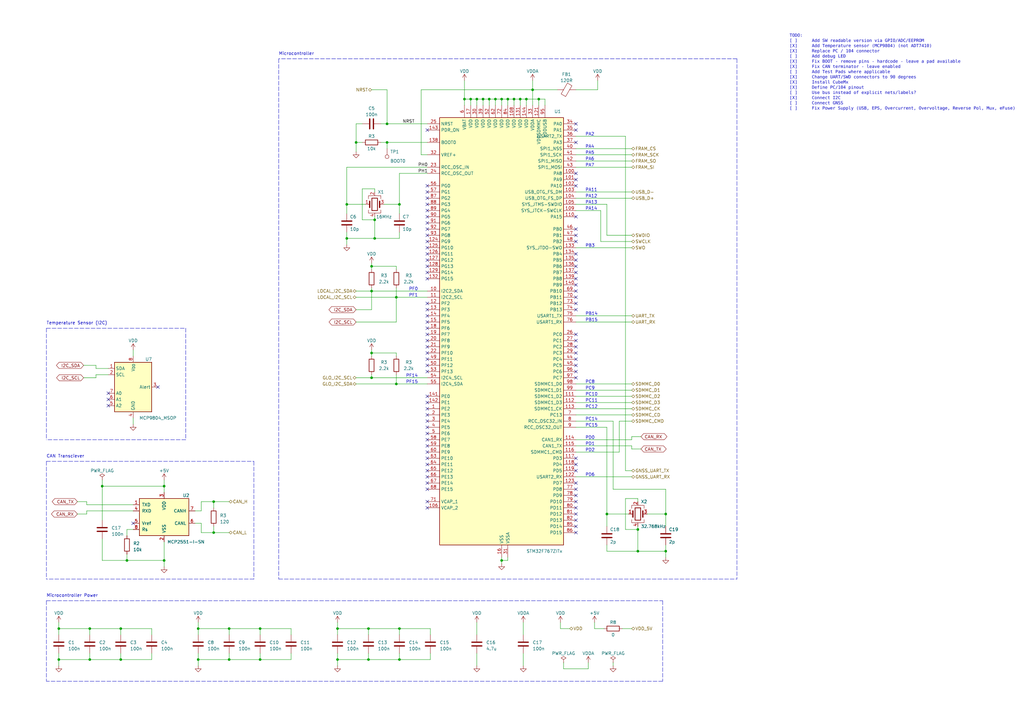
<source format=kicad_sch>
(kicad_sch (version 20230121) (generator eeschema)
  (paper "A3")
  (junction (at 81.28 257.81))
  (junction (at 24.13 257.81))
  (junction (at 49.53 270.51))
  (junction (at 152.4 154.94))
  (junction (at 205.74 40.64))
  (junction (at 138.43 257.81))
  (junction (at 195.58 40.64))
  (junction (at 106.68 257.81))
  (junction (at 218.44 36.83))
  (junction (at 193.04 40.64))
  (junction (at 205.74 229.87))
  (junction (at 203.2 40.64))
  (junction (at 24.13 270.51))
  (junction (at 158.75 58.42))
  (junction (at 261.62 226.06))
  (junction (at 36.83 270.51))
  (junction (at 142.24 83.82))
  (junction (at 215.9 40.64))
  (junction (at 220.98 40.64))
  (junction (at 87.63 218.44))
  (junction (at 153.67 97.79))
  (junction (at 198.12 40.64))
  (junction (at 93.98 270.51))
  (junction (at 163.83 270.51))
  (junction (at 151.13 270.51))
  (junction (at 49.53 257.81))
  (junction (at 151.13 257.81))
  (junction (at 158.75 50.8))
  (junction (at 152.4 119.38))
  (junction (at 152.4 109.22))
  (junction (at 146.05 58.42))
  (junction (at 162.56 157.48))
  (junction (at 208.28 40.64))
  (junction (at 87.63 205.74))
  (junction (at 248.92 210.82))
  (junction (at 200.66 40.64))
  (junction (at 210.82 40.64))
  (junction (at 162.56 121.92))
  (junction (at 142.24 97.79))
  (junction (at 273.05 210.82))
  (junction (at 81.28 270.51))
  (junction (at 152.4 144.78))
  (junction (at 67.31 229.87))
  (junction (at 36.83 257.81))
  (junction (at 52.07 229.87))
  (junction (at 153.67 90.17))
  (junction (at 261.62 217.17))
  (junction (at 163.83 83.82))
  (junction (at 213.36 40.64))
  (junction (at 106.68 270.51))
  (junction (at 93.98 257.81))
  (junction (at 190.5 40.64))
  (junction (at 273.05 226.06))
  (junction (at 138.43 270.51))
  (junction (at 163.83 257.81))
  (junction (at 67.31 199.39))
  (junction (at 41.91 199.39))
  (no_connect (at 175.26 195.58))
  (no_connect (at 175.26 104.14))
  (no_connect (at 175.26 83.82))
  (no_connect (at 236.22 109.22))
  (no_connect (at 175.26 81.28))
  (no_connect (at 175.26 208.28))
  (no_connect (at 236.22 76.2))
  (no_connect (at 175.26 132.08))
  (no_connect (at 175.26 129.54))
  (no_connect (at 236.22 137.16))
  (no_connect (at 175.26 198.12))
  (no_connect (at 175.26 177.8))
  (no_connect (at 175.26 93.98))
  (no_connect (at 175.26 144.78))
  (no_connect (at 236.22 58.42))
  (no_connect (at 175.26 124.46))
  (no_connect (at 236.22 114.3))
  (no_connect (at 236.22 96.52))
  (no_connect (at 236.22 139.7))
  (no_connect (at 175.26 142.24))
  (no_connect (at 236.22 144.78))
  (no_connect (at 236.22 218.44))
  (no_connect (at 175.26 147.32))
  (no_connect (at 236.22 119.38))
  (no_connect (at 236.22 200.66))
  (no_connect (at 175.26 193.04))
  (no_connect (at 236.22 213.36))
  (no_connect (at 236.22 208.28))
  (no_connect (at 175.26 109.22))
  (no_connect (at 175.26 182.88))
  (no_connect (at 175.26 162.56))
  (no_connect (at 175.26 53.34))
  (no_connect (at 175.26 99.06))
  (no_connect (at 236.22 147.32))
  (no_connect (at 175.26 200.66))
  (no_connect (at 175.26 205.74))
  (no_connect (at 236.22 104.14))
  (no_connect (at 44.45 161.29))
  (no_connect (at 175.26 185.42))
  (no_connect (at 175.26 149.86))
  (no_connect (at 175.26 190.5))
  (no_connect (at 236.22 190.5))
  (no_connect (at 175.26 175.26))
  (no_connect (at 236.22 106.68))
  (no_connect (at 175.26 167.64))
  (no_connect (at 236.22 152.4))
  (no_connect (at 44.45 163.83))
  (no_connect (at 175.26 165.1))
  (no_connect (at 175.26 91.44))
  (no_connect (at 44.45 166.37))
  (no_connect (at 236.22 193.04))
  (no_connect (at 175.26 96.52))
  (no_connect (at 175.26 152.4))
  (no_connect (at 236.22 215.9))
  (no_connect (at 175.26 187.96))
  (no_connect (at 236.22 99.06))
  (no_connect (at 236.22 198.12))
  (no_connect (at 64.77 158.75))
  (no_connect (at 175.26 180.34))
  (no_connect (at 236.22 187.96))
  (no_connect (at 175.26 137.16))
  (no_connect (at 175.26 111.76))
  (no_connect (at 236.22 111.76))
  (no_connect (at 175.26 172.72))
  (no_connect (at 236.22 71.12))
  (no_connect (at 175.26 170.18))
  (no_connect (at 175.26 114.3))
  (no_connect (at 236.22 121.92))
  (no_connect (at 236.22 50.8))
  (no_connect (at 236.22 149.86))
  (no_connect (at 236.22 116.84))
  (no_connect (at 236.22 127))
  (no_connect (at 175.26 139.7))
  (no_connect (at 236.22 53.34))
  (no_connect (at 236.22 88.9))
  (no_connect (at 236.22 203.2))
  (no_connect (at 175.26 127))
  (no_connect (at 175.26 86.36))
  (no_connect (at 236.22 93.98))
  (no_connect (at 175.26 88.9))
  (no_connect (at 175.26 78.74))
  (no_connect (at 236.22 205.74))
  (no_connect (at 236.22 124.46))
  (no_connect (at 236.22 154.94))
  (no_connect (at 236.22 142.24))
  (no_connect (at 54.61 214.63))
  (no_connect (at 236.22 210.82))
  (no_connect (at 175.26 134.62))
  (no_connect (at 236.22 73.66))
  (no_connect (at 175.26 101.6))
  (no_connect (at 175.26 76.2))
  (no_connect (at 175.26 106.68))
  (wire (pts (xy 138.43 267.97) (xy 138.43 270.51)))
  (wire (pts (xy 215.9 40.64) (xy 215.9 43.18)))
  (wire (pts (xy 62.23 267.97) (xy 62.23 270.51)))
  (wire (pts (xy 146.05 127) (xy 152.4 127)))
  (wire (pts (xy 176.53 257.81) (xy 176.53 260.35)))
  (wire (pts (xy 259.08 184.15) (xy 259.08 182.88)))
  (wire (pts (xy 162.56 153.67) (xy 162.56 157.48)))
  (wire (pts (xy 35.56 205.74) (xy 31.75 205.74)))
  (wire (pts (xy 151.13 270.51) (xy 138.43 270.51)))
  (wire (pts (xy 152.4 144.78) (xy 152.4 146.05)))
  (polyline (pts (xy 19.05 189.23) (xy 104.14 189.23)) (stroke (width 0) (type dash)))
  (wire (pts (xy 146.05 121.92) (xy 162.56 121.92)))
  (wire (pts (xy 256.54 217.17) (xy 261.62 217.17)))
  (wire (pts (xy 236.22 55.88) (xy 256.54 55.88)))
  (wire (pts (xy 24.13 270.51) (xy 24.13 273.05)))
  (polyline (pts (xy 271.78 279.4) (xy 19.05 279.4)) (stroke (width 0) (type dash)))
  (wire (pts (xy 67.31 199.39) (xy 67.31 201.93)))
  (wire (pts (xy 142.24 68.58) (xy 142.24 83.82)))
  (wire (pts (xy 49.53 257.81) (xy 62.23 257.81)))
  (wire (pts (xy 146.05 132.08) (xy 162.56 132.08)))
  (wire (pts (xy 142.24 95.25) (xy 142.24 97.79)))
  (wire (pts (xy 35.56 207.01) (xy 54.61 207.01)))
  (wire (pts (xy 218.44 36.83) (xy 228.6 36.83)))
  (wire (pts (xy 138.43 270.51) (xy 138.43 273.05)))
  (wire (pts (xy 93.98 267.97) (xy 93.98 270.51)))
  (wire (pts (xy 87.63 205.74) (xy 87.63 208.28)))
  (wire (pts (xy 162.56 132.08) (xy 162.56 121.92)))
  (wire (pts (xy 138.43 255.27) (xy 138.43 257.81)))
  (wire (pts (xy 148.59 90.17) (xy 153.67 90.17)))
  (wire (pts (xy 148.59 77.47) (xy 148.59 90.17)))
  (wire (pts (xy 81.28 255.27) (xy 81.28 257.81)))
  (wire (pts (xy 236.22 66.04) (xy 259.08 66.04)))
  (wire (pts (xy 162.56 121.92) (xy 175.26 121.92)))
  (polyline (pts (xy 114.3 237.49) (xy 302.26 237.49)) (stroke (width 0) (type dash)))
  (wire (pts (xy 205.74 40.64) (xy 208.28 40.64)))
  (wire (pts (xy 36.83 257.81) (xy 36.83 260.35)))
  (wire (pts (xy 195.58 40.64) (xy 198.12 40.64)))
  (wire (pts (xy 156.21 50.8) (xy 158.75 50.8)))
  (wire (pts (xy 214.63 267.97) (xy 214.63 273.05)))
  (wire (pts (xy 162.56 110.49) (xy 162.56 109.22)))
  (wire (pts (xy 248.92 175.26) (xy 236.22 175.26)))
  (wire (pts (xy 256.54 55.88) (xy 256.54 193.04)))
  (wire (pts (xy 246.38 99.06) (xy 259.08 99.06)))
  (wire (pts (xy 153.67 88.9) (xy 153.67 90.17)))
  (wire (pts (xy 208.28 40.64) (xy 208.28 43.18)))
  (wire (pts (xy 156.21 58.42) (xy 158.75 58.42)))
  (wire (pts (xy 190.5 40.64) (xy 190.5 43.18)))
  (wire (pts (xy 49.53 270.51) (xy 36.83 270.51)))
  (wire (pts (xy 87.63 218.44) (xy 93.98 218.44)))
  (wire (pts (xy 163.83 257.81) (xy 176.53 257.81)))
  (wire (pts (xy 200.66 40.64) (xy 200.66 43.18)))
  (wire (pts (xy 210.82 40.64) (xy 210.82 43.18)))
  (wire (pts (xy 220.98 40.64) (xy 215.9 40.64)))
  (wire (pts (xy 259.08 180.34) (xy 236.22 180.34)))
  (wire (pts (xy 34.29 149.86) (xy 39.37 149.86)))
  (wire (pts (xy 146.05 154.94) (xy 152.4 154.94)))
  (wire (pts (xy 152.4 107.95) (xy 152.4 109.22)))
  (wire (pts (xy 163.83 267.97) (xy 163.83 270.51)))
  (wire (pts (xy 193.04 40.64) (xy 195.58 40.64)))
  (wire (pts (xy 39.37 151.13) (xy 44.45 151.13)))
  (wire (pts (xy 41.91 199.39) (xy 67.31 199.39)))
  (wire (pts (xy 261.62 205.74) (xy 261.62 204.47)))
  (wire (pts (xy 152.4 154.94) (xy 175.26 154.94)))
  (wire (pts (xy 243.84 255.27) (xy 243.84 257.81)))
  (wire (pts (xy 106.68 257.81) (xy 119.38 257.81)))
  (wire (pts (xy 106.68 270.51) (xy 93.98 270.51)))
  (wire (pts (xy 162.56 157.48) (xy 175.26 157.48)))
  (wire (pts (xy 162.56 109.22) (xy 152.4 109.22)))
  (wire (pts (xy 261.62 204.47) (xy 256.54 204.47)))
  (wire (pts (xy 119.38 257.81) (xy 119.38 260.35)))
  (wire (pts (xy 236.22 157.48) (xy 259.08 157.48)))
  (wire (pts (xy 163.83 97.79) (xy 153.67 97.79)))
  (wire (pts (xy 273.05 200.66) (xy 273.05 210.82)))
  (wire (pts (xy 251.46 271.78) (xy 251.46 273.05)))
  (wire (pts (xy 195.58 267.97) (xy 195.58 273.05)))
  (wire (pts (xy 52.07 229.87) (xy 67.31 229.87)))
  (wire (pts (xy 152.4 143.51) (xy 152.4 144.78)))
  (wire (pts (xy 236.22 68.58) (xy 259.08 68.58)))
  (wire (pts (xy 82.55 209.55) (xy 80.01 209.55)))
  (wire (pts (xy 153.67 90.17) (xy 153.67 97.79)))
  (wire (pts (xy 256.54 204.47) (xy 256.54 217.17)))
  (wire (pts (xy 236.22 101.6) (xy 259.08 101.6)))
  (wire (pts (xy 24.13 255.27) (xy 24.13 257.81)))
  (wire (pts (xy 146.05 119.38) (xy 152.4 119.38)))
  (wire (pts (xy 87.63 215.9) (xy 87.63 218.44)))
  (wire (pts (xy 106.68 267.97) (xy 106.68 270.51)))
  (wire (pts (xy 41.91 229.87) (xy 52.07 229.87)))
  (wire (pts (xy 153.67 77.47) (xy 148.59 77.47)))
  (wire (pts (xy 248.92 210.82) (xy 257.81 210.82)))
  (wire (pts (xy 152.4 127) (xy 152.4 119.38)))
  (wire (pts (xy 142.24 97.79) (xy 142.24 100.33)))
  (wire (pts (xy 153.67 78.74) (xy 153.67 77.47)))
  (wire (pts (xy 80.01 214.63) (xy 82.55 214.63)))
  (polyline (pts (xy 104.14 189.23) (xy 104.14 237.49)) (stroke (width 0) (type dash)))
  (wire (pts (xy 246.38 99.06) (xy 246.38 86.36)))
  (wire (pts (xy 81.28 260.35) (xy 81.28 257.81)))
  (polyline (pts (xy 302.26 24.13) (xy 302.26 237.49)) (stroke (width 0) (type dash)))
  (wire (pts (xy 236.22 167.64) (xy 259.08 167.64)))
  (wire (pts (xy 67.31 229.87) (xy 67.31 232.41)))
  (wire (pts (xy 176.53 267.97) (xy 176.53 270.51)))
  (wire (pts (xy 236.22 132.08) (xy 259.08 132.08)))
  (wire (pts (xy 248.92 175.26) (xy 248.92 210.82)))
  (wire (pts (xy 213.36 40.64) (xy 215.9 40.64)))
  (wire (pts (xy 67.31 196.85) (xy 67.31 199.39)))
  (wire (pts (xy 203.2 40.64) (xy 203.2 43.18)))
  (wire (pts (xy 236.22 78.74) (xy 259.08 78.74)))
  (wire (pts (xy 62.23 257.81) (xy 62.23 260.35)))
  (wire (pts (xy 67.31 222.25) (xy 67.31 229.87)))
  (wire (pts (xy 172.72 36.83) (xy 218.44 36.83)))
  (wire (pts (xy 152.4 109.22) (xy 152.4 110.49)))
  (wire (pts (xy 213.36 40.64) (xy 213.36 43.18)))
  (polyline (pts (xy 19.05 134.62) (xy 76.2 134.62)) (stroke (width 0) (type dash)))
  (wire (pts (xy 195.58 40.64) (xy 195.58 43.18)))
  (wire (pts (xy 236.22 60.96) (xy 259.08 60.96)))
  (wire (pts (xy 236.22 170.18) (xy 259.08 170.18)))
  (wire (pts (xy 193.04 40.64) (xy 193.04 43.18)))
  (wire (pts (xy 259.08 179.07) (xy 259.08 180.34)))
  (wire (pts (xy 236.22 129.54) (xy 259.08 129.54)))
  (wire (pts (xy 256.54 193.04) (xy 259.08 193.04)))
  (wire (pts (xy 265.43 210.82) (xy 273.05 210.82)))
  (wire (pts (xy 205.74 40.64) (xy 205.74 43.18)))
  (wire (pts (xy 152.4 153.67) (xy 152.4 154.94)))
  (wire (pts (xy 93.98 270.51) (xy 81.28 270.51)))
  (wire (pts (xy 153.67 97.79) (xy 142.24 97.79)))
  (wire (pts (xy 157.48 83.82) (xy 163.83 83.82)))
  (wire (pts (xy 261.62 217.17) (xy 261.62 215.9)))
  (wire (pts (xy 248.92 83.82) (xy 236.22 83.82)))
  (wire (pts (xy 236.22 195.58) (xy 259.08 195.58)))
  (wire (pts (xy 162.56 146.05) (xy 162.56 144.78)))
  (wire (pts (xy 163.83 71.12) (xy 163.83 83.82)))
  (wire (pts (xy 54.61 217.17) (xy 52.07 217.17)))
  (wire (pts (xy 152.4 119.38) (xy 175.26 119.38)))
  (wire (pts (xy 205.74 228.6) (xy 205.74 229.87)))
  (wire (pts (xy 248.92 96.52) (xy 259.08 96.52)))
  (wire (pts (xy 24.13 260.35) (xy 24.13 257.81)))
  (wire (pts (xy 236.22 63.5) (xy 259.08 63.5)))
  (wire (pts (xy 273.05 210.82) (xy 273.05 215.9)))
  (wire (pts (xy 251.46 172.72) (xy 251.46 200.66)))
  (wire (pts (xy 162.56 144.78) (xy 152.4 144.78)))
  (wire (pts (xy 259.08 184.15) (xy 262.89 184.15)))
  (polyline (pts (xy 271.78 246.38) (xy 271.78 279.4)) (stroke (width 0) (type dash)))
  (wire (pts (xy 163.83 95.25) (xy 163.83 97.79)))
  (wire (pts (xy 49.53 257.81) (xy 49.53 260.35)))
  (wire (pts (xy 52.07 227.33) (xy 52.07 229.87)))
  (wire (pts (xy 248.92 226.06) (xy 261.62 226.06)))
  (wire (pts (xy 81.28 267.97) (xy 81.28 270.51)))
  (wire (pts (xy 229.87 257.81) (xy 233.68 257.81)))
  (wire (pts (xy 146.05 58.42) (xy 146.05 62.23)))
  (wire (pts (xy 251.46 172.72) (xy 236.22 172.72)))
  (wire (pts (xy 93.98 257.81) (xy 106.68 257.81)))
  (polyline (pts (xy 19.05 246.38) (xy 271.78 246.38)) (stroke (width 0) (type dash)))
  (wire (pts (xy 151.13 267.97) (xy 151.13 270.51)))
  (wire (pts (xy 93.98 257.81) (xy 93.98 260.35)))
  (wire (pts (xy 162.56 118.11) (xy 162.56 121.92)))
  (wire (pts (xy 146.05 58.42) (xy 148.59 58.42)))
  (wire (pts (xy 158.75 58.42) (xy 175.26 58.42)))
  (wire (pts (xy 152.4 118.11) (xy 152.4 119.38)))
  (wire (pts (xy 251.46 200.66) (xy 273.05 200.66)))
  (wire (pts (xy 248.92 83.82) (xy 248.92 96.52)))
  (wire (pts (xy 35.56 205.74) (xy 35.56 207.01)))
  (wire (pts (xy 35.56 210.82) (xy 35.56 209.55)))
  (wire (pts (xy 82.55 214.63) (xy 82.55 218.44)))
  (wire (pts (xy 35.56 209.55) (xy 54.61 209.55)))
  (wire (pts (xy 195.58 255.27) (xy 195.58 260.35)))
  (wire (pts (xy 208.28 229.87) (xy 205.74 229.87)))
  (wire (pts (xy 198.12 40.64) (xy 200.66 40.64)))
  (wire (pts (xy 214.63 255.27) (xy 214.63 260.35)))
  (wire (pts (xy 36.83 267.97) (xy 36.83 270.51)))
  (wire (pts (xy 35.56 210.82) (xy 31.75 210.82)))
  (wire (pts (xy 119.38 267.97) (xy 119.38 270.51)))
  (wire (pts (xy 24.13 257.81) (xy 36.83 257.81)))
  (wire (pts (xy 39.37 149.86) (xy 39.37 151.13)))
  (wire (pts (xy 138.43 257.81) (xy 151.13 257.81)))
  (wire (pts (xy 220.98 43.18) (xy 220.98 40.64)))
  (wire (pts (xy 273.05 223.52) (xy 273.05 226.06)))
  (wire (pts (xy 229.87 257.81) (xy 229.87 255.27)))
  (wire (pts (xy 208.28 40.64) (xy 210.82 40.64)))
  (wire (pts (xy 158.75 36.83) (xy 158.75 50.8)))
  (wire (pts (xy 254 172.72) (xy 259.08 172.72)))
  (wire (pts (xy 106.68 257.81) (xy 106.68 260.35)))
  (wire (pts (xy 236.22 160.02) (xy 259.08 160.02)))
  (wire (pts (xy 158.75 50.8) (xy 175.26 50.8)))
  (wire (pts (xy 34.29 154.94) (xy 39.37 154.94)))
  (wire (pts (xy 62.23 270.51) (xy 49.53 270.51)))
  (wire (pts (xy 172.72 63.5) (xy 175.26 63.5)))
  (wire (pts (xy 52.07 217.17) (xy 52.07 219.71)))
  (wire (pts (xy 41.91 220.98) (xy 41.91 229.87)))
  (wire (pts (xy 236.22 81.28) (xy 259.08 81.28)))
  (wire (pts (xy 163.83 270.51) (xy 151.13 270.51)))
  (wire (pts (xy 255.27 257.81) (xy 259.08 257.81)))
  (wire (pts (xy 218.44 33.02) (xy 218.44 36.83)))
  (wire (pts (xy 245.11 36.83) (xy 245.11 33.02)))
  (wire (pts (xy 82.55 205.74) (xy 87.63 205.74)))
  (wire (pts (xy 151.13 257.81) (xy 163.83 257.81)))
  (wire (pts (xy 236.22 185.42) (xy 254 185.42)))
  (wire (pts (xy 158.75 60.96) (xy 158.75 58.42)))
  (polyline (pts (xy 302.26 24.13) (xy 114.3 24.13)) (stroke (width 0) (type dash)))
  (wire (pts (xy 241.3 271.78) (xy 241.3 274.32)))
  (wire (pts (xy 218.44 43.18) (xy 218.44 36.83)))
  (wire (pts (xy 223.52 43.18) (xy 223.52 40.64)))
  (wire (pts (xy 259.08 182.88) (xy 236.22 182.88)))
  (wire (pts (xy 41.91 199.39) (xy 41.91 213.36)))
  (wire (pts (xy 39.37 154.94) (xy 39.37 153.67)))
  (wire (pts (xy 81.28 257.81) (xy 93.98 257.81)))
  (wire (pts (xy 81.28 270.51) (xy 81.28 273.05)))
  (wire (pts (xy 259.08 179.07) (xy 262.89 179.07)))
  (polyline (pts (xy 19.05 134.62) (xy 19.05 180.34)) (stroke (width 0) (type dash)))
  (wire (pts (xy 200.66 40.64) (xy 203.2 40.64)))
  (wire (pts (xy 49.53 267.97) (xy 49.53 270.51)))
  (wire (pts (xy 142.24 68.58) (xy 175.26 68.58)))
  (wire (pts (xy 87.63 205.74) (xy 93.98 205.74)))
  (wire (pts (xy 24.13 267.97) (xy 24.13 270.51)))
  (wire (pts (xy 176.53 270.51) (xy 163.83 270.51)))
  (wire (pts (xy 231.14 274.32) (xy 241.3 274.32)))
  (wire (pts (xy 198.12 40.64) (xy 198.12 43.18)))
  (wire (pts (xy 138.43 260.35) (xy 138.43 257.81)))
  (wire (pts (xy 148.59 50.8) (xy 146.05 50.8)))
  (wire (pts (xy 223.52 40.64) (xy 220.98 40.64)))
  (wire (pts (xy 248.92 223.52) (xy 248.92 226.06)))
  (wire (pts (xy 261.62 217.17) (xy 261.62 226.06)))
  (wire (pts (xy 82.55 218.44) (xy 87.63 218.44)))
  (wire (pts (xy 248.92 210.82) (xy 248.92 215.9)))
  (polyline (pts (xy 19.05 189.23) (xy 19.05 237.49)) (stroke (width 0) (type dash)))
  (wire (pts (xy 142.24 83.82) (xy 142.24 87.63)))
  (wire (pts (xy 152.4 36.83) (xy 158.75 36.83)))
  (wire (pts (xy 208.28 228.6) (xy 208.28 229.87)))
  (wire (pts (xy 146.05 157.48) (xy 162.56 157.48)))
  (wire (pts (xy 163.83 83.82) (xy 163.83 87.63)))
  (polyline (pts (xy 76.2 134.62) (xy 76.2 180.34)) (stroke (width 0) (type dash)))
  (wire (pts (xy 190.5 40.64) (xy 193.04 40.64)))
  (wire (pts (xy 163.83 71.12) (xy 175.26 71.12)))
  (wire (pts (xy 236.22 162.56) (xy 259.08 162.56)))
  (wire (pts (xy 273.05 226.06) (xy 273.05 228.6)))
  (wire (pts (xy 54.61 171.45) (xy 54.61 173.99)))
  (wire (pts (xy 205.74 229.87) (xy 205.74 231.14)))
  (wire (pts (xy 231.14 271.78) (xy 231.14 274.32)))
  (wire (pts (xy 203.2 40.64) (xy 205.74 40.64)))
  (wire (pts (xy 151.13 257.81) (xy 151.13 260.35)))
  (wire (pts (xy 82.55 205.74) (xy 82.55 209.55)))
  (wire (pts (xy 39.37 153.67) (xy 44.45 153.67)))
  (wire (pts (xy 41.91 196.85) (xy 41.91 199.39)))
  (wire (pts (xy 119.38 270.51) (xy 106.68 270.51)))
  (wire (pts (xy 36.83 270.51) (xy 24.13 270.51)))
  (wire (pts (xy 243.84 257.81) (xy 247.65 257.81)))
  (wire (pts (xy 163.83 257.81) (xy 163.83 260.35)))
  (wire (pts (xy 261.62 226.06) (xy 273.05 226.06)))
  (wire (pts (xy 142.24 83.82) (xy 149.86 83.82)))
  (polyline (pts (xy 19.05 246.38) (xy 19.05 279.4)) (stroke (width 0) (type dash)))
  (wire (pts (xy 190.5 33.02) (xy 190.5 40.64)))
  (wire (pts (xy 254 185.42) (xy 254 172.72)))
  (wire (pts (xy 54.61 143.51) (xy 54.61 146.05)))
  (polyline (pts (xy 114.3 24.13) (xy 114.3 237.49)) (stroke (width 0) (type dash)))
  (wire (pts (xy 246.38 86.36) (xy 236.22 86.36)))
  (wire (pts (xy 172.72 63.5) (xy 172.72 36.83)))
  (wire (pts (xy 236.22 165.1) (xy 259.08 165.1)))
  (wire (pts (xy 146.05 50.8) (xy 146.05 58.42)))
  (wire (pts (xy 236.22 36.83) (xy 245.11 36.83)))
  (wire (pts (xy 36.83 257.81) (xy 49.53 257.81)))
  (polyline (pts (xy 76.2 180.34) (xy 19.05 180.34)) (stroke (width 0) (type dash)))
  (wire (pts (xy 210.82 40.64) (xy 213.36 40.64)))
  (polyline (pts (xy 104.14 237.49) (xy 19.05 237.49)) (stroke (width 0) (type dash)))
  (text "Temperature Sensor (I2C)" (at 19.05 133.35 0) (effects (font (size 1.27 1.27)) (justify left bottom)))
  (text "PA12" (at 240.03 81.28 0) (effects (font (size 1.27 1.27)) (justify left bottom)))
  (text "PA4" (at 240.03 60.96 0) (effects (font (size 1.27 1.27)) (justify left bottom)))
  (text "PA2" (at 240.03 55.88 0) (effects (font (size 1.27 1.27)) (justify left bottom)))
  (text "PC9" (at 240.03 160.02 0) (effects (font (size 1.27 1.27)) (justify left bottom)))
  (text "PF1" (at 171.45 121.92 0) (effects (font (size 1.27 1.27)) (justify right bottom)))
  (text "PB3" (at 240.03 101.6 0) (effects (font (size 1.27 1.27)) (justify left bottom)))
  (text "Microcontroller Power" (at 19.05 245.11 0) (effects (font (size 1.27 1.27)) (justify left bottom)))
  (text "Microcontroller" (at 114.3 22.86 0) (effects (font (size 1.27 1.27)) (justify left bottom)))
  (text "TODO:\n[ ]		Add SW readable version via GPIO/ADC/EEPROM\n[X]		Add Temperature sensor (MCP9804) (not ADT7410)\n[X]		Replace PC / 104 connector\n[ ]		Add debug LED\n[X]		Fix BOOT - remove pins - hardcode - leave a pad available\n[X]		Fix CAN terminator - leave enabled\n[ ]		Add Test Pads where applicable\n[X]		Change UART/SWD connectors to 90 degrees\n[X]		Install CubeMx\n[X]		Define PC/104 pinout\n[ ]		Use bus instead of explicit nets/labels?\n[X]		Connect I2C\n[ ]		Connect GNSS\n[ ]		Fix Power Supply (USB, EPS, Overcurrent, Overvoltage, Reverse Pol, Mux, eFuse)" (at 323.85 45.72 0) (effects (font (size 1.27 1.27)) (justify left bottom)))
  (text "PC11" (at 240.03 165.1 0) (effects (font (size 1.27 1.27)) (justify left bottom)))
  (text "PA7" (at 240.03 68.58 0) (effects (font (size 1.27 1.27)) (justify left bottom)))
  (text "PB14" (at 240.03 129.54 0) (effects (font (size 1.27 1.27)) (justify left bottom)))
  (text "PD1" (at 240.03 182.88 0) (effects (font (size 1.27 1.27)) (justify left bottom)))
  (text "PA6" (at 240.03 66.04 0) (effects (font (size 1.27 1.27)) (justify left bottom)))
  (text "PC14" (at 240.03 172.72 0) (effects (font (size 1.27 1.27)) (justify left bottom)))
  (text "PA13" (at 240.03 83.82 0) (effects (font (size 1.27 1.27)) (justify left bottom)))
  (text "PB15" (at 240.03 132.08 0) (effects (font (size 1.27 1.27)) (justify left bottom)))
  (text "PC15" (at 240.03 175.26 0) (effects (font (size 1.27 1.27)) (justify left bottom)))
  (text "PF14" (at 171.45 154.94 0) (effects (font (size 1.27 1.27)) (justify right bottom)))
  (text "PA14" (at 240.03 86.36 0) (effects (font (size 1.27 1.27)) (justify left bottom)))
  (text "PF0" (at 171.45 119.38 0) (effects (font (size 1.27 1.27)) (justify right bottom)))
  (text "PC10" (at 240.03 162.56 0) (effects (font (size 1.27 1.27)) (justify left bottom)))
  (text "PD6" (at 240.03 195.58 0) (effects (font (size 1.27 1.27)) (justify left bottom)))
  (text "PC12" (at 240.03 167.64 0) (effects (font (size 1.27 1.27)) (justify left bottom)))
  (text "PA11" (at 240.03 78.74 0) (effects (font (size 1.27 1.27)) (justify left bottom)))
  (text "PD0" (at 240.03 180.34 0) (effects (font (size 1.27 1.27)) (justify left bottom)))
  (text "PC8" (at 240.03 157.48 0) (effects (font (size 1.27 1.27)) (justify left bottom)))
  (text "PD2" (at 240.03 185.42 0) (effects (font (size 1.27 1.27)) (justify left bottom)))
  (text "CAN Transciever" (at 19.05 187.96 0) (effects (font (size 1.27 1.27)) (justify left bottom)))
  (text "PA5" (at 240.03 63.5 0) (effects (font (size 1.27 1.27)) (justify left bottom)))
  (text "PF15" (at 171.45 157.48 0) (effects (font (size 1.27 1.27)) (justify right bottom)))
  (label "PH1" (at 171.45 71.12 0))
  (label "PH0" (at 171.45 68.58 0))
  (label "NRST" (at 165.1 50.8 0))
  (global_label "CAN_RX" (shape bidirectional) (at 31.75 210.82 180) (property "Intersheetrefs" "${INTERSHEET_REFS}" (effects hide)))
  (global_label "I2C_SDA" (shape bidirectional) (at 34.29 149.86 180) (property "Intersheetrefs" "${INTERSHEET_REFS}" (effects hide)))
  (global_label "I2C_SDA" (shape bidirectional) (at 146.05 127 180) (property "Intersheetrefs" "${INTERSHEET_REFS}" (effects hide)))
  (global_label "CAN_RX" (shape bidirectional) (at 262.89 179.07 0) (property "Intersheetrefs" "${INTERSHEET_REFS}" (effects hide)))
  (global_label "I2C_SCL" (shape bidirectional) (at 34.29 154.94 180) (property "Intersheetrefs" "${INTERSHEET_REFS}" (effects hide)))
  (global_label "CAN_TX" (shape bidirectional) (at 31.75 205.74 180) (property "Intersheetrefs" "${INTERSHEET_REFS}" (effects hide)))
  (global_label "I2C_SCL" (shape bidirectional) (at 146.05 132.08 180) (property "Intersheetrefs" "${INTERSHEET_REFS}" (effects hide)))
  (global_label "CAN_TX" (shape bidirectional) (at 262.89 184.15 0) (property "Intersheetrefs" "${INTERSHEET_REFS}" (effects hide)))
  (hierarchical_label "UART_TX" (shape bidirectional) (at 259.08 129.54 0))
  (hierarchical_label "CAN_H" (shape bidirectional) (at 93.98 205.74 0))
  (hierarchical_label "VDD_5V" (shape bidirectional) (at 259.08 257.81 0))
  (hierarchical_label "SDMMC_CD" (shape bidirectional) (at 259.08 170.18 0))
  (hierarchical_label "SDMMC_D0" (shape bidirectional) (at 259.08 157.48 0))
  (hierarchical_label "UART_RX" (shape bidirectional) (at 259.08 132.08 0))
  (hierarchical_label "SDMMC_D3" (shape bidirectional) (at 259.08 165.1 0))
  (hierarchical_label "SDMMC_CK" (shape bidirectional) (at 259.08 167.64 0))
  (hierarchical_label "FRAM_SCK" (shape bidirectional) (at 259.08 63.5 0))
  (hierarchical_label "CAN_L" (shape bidirectional) (at 93.98 218.44 0))
  (hierarchical_label "VDD" (shape bidirectional) (at 233.68 257.81 0))
  (hierarchical_label "GNSS_UART_TX" (shape bidirectional) (at 259.08 193.04 0))
  (hierarchical_label "SDMMC_D2" (shape bidirectional) (at 259.08 162.56 0))
  (hierarchical_label "FRAM_SI" (shape bidirectional) (at 259.08 68.58 0))
  (hierarchical_label "SDMMC_D1" (shape bidirectional) (at 259.08 160.02 0))
  (hierarchical_label "GLO_I2C_SCL" (shape bidirectional) (at 146.05 154.94 180))
  (hierarchical_label "FRAM_CS" (shape bidirectional) (at 259.08 60.96 0))
  (hierarchical_label "SWCLK" (shape bidirectional) (at 259.08 99.06 0))
  (hierarchical_label "SDMMC_CMD" (shape bidirectional) (at 259.08 172.72 0))
  (hierarchical_label "SWO" (shape bidirectional) (at 259.08 101.6 0))
  (hierarchical_label "USB_D-" (shape bidirectional) (at 259.08 78.74 0))
  (hierarchical_label "USB_D+" (shape bidirectional) (at 259.08 81.28 0))
  (hierarchical_label "NRST" (shape bidirectional) (at 152.4 36.83 180))
  (hierarchical_label "LOCAL_I2C_SDA" (shape bidirectional) (at 146.05 119.38 180))
  (hierarchical_label "LOCAL_I2C_SCL" (shape bidirectional) (at 146.05 121.92 180))
  (hierarchical_label "GLO_I2C_SDA" (shape bidirectional) (at 146.05 157.48 180))
  (hierarchical_label "SWDIO" (shape bidirectional) (at 259.08 96.52 0))
  (hierarchical_label "FRAM_SO" (shape bidirectional) (at 259.08 66.04 0))
  (hierarchical_label "GNSS_UART_RX" (shape bidirectional) (at 259.08 195.58 0))
  (symbol (lib_id "power:GND") (at 251.46 273.05 0) (unit 1)
    (property "Reference" "#PWR01" (effects hide))
    (property "Value" "GND" (effects hide))
    (instances (project "OBC" (path "" (reference "#PWR01") (unit 1)) (path "" (reference "#PWR035") (unit 1))))
  )
  (symbol (lib_id "Device:C") (at 163.83 264.16 0) (unit 1)
    (property "Reference" "C14" (at 167.64 263.525 0) (effects (justify left)))
    (property "Value" "100n" (at 167.64 266.065 0) (effects (justify left)))
    (property "Footprint" "Capacitor_SMD:C_0402_1005Metric" (effects hide))
    (instances (project "OBC" (path "" (reference "C14") (unit 1)) (path "" (reference "C11") (unit 1))))
  )
  (symbol (lib_id "power:VDD") (at 229.87 255.27 0) (unit 1)
    (property "Reference" "#PWR016" (effects hide))
    (property "Value" "VDD" (at 229.87 251.46 0))
  )
  (symbol (lib_id "power:GND") (at 195.58 273.05 0) (unit 1)
    (property "Reference" "#PWR012" (effects hide))
    (property "Value" "GND" (effects hide))
    (instances (project "OBC" (path "" (reference "#PWR012") (unit 1)) (path "" (reference "#PWR011") (unit 1))))
  )
  (symbol (lib_id "Device:C") (at 119.38 264.16 0) (unit 1)
    (property "Reference" "C11" (at 123.19 263.525 0) (effects (justify left)))
    (property "Value" "100n" (at 123.19 266.065 0) (effects (justify left)))
    (property "Footprint" "Capacitor_SMD:C_0402_1005Metric" (effects hide))
    (instances (project "OBC" (path "" (reference "C11") (unit 1)) (path "" (reference "C8") (unit 1))))
  )
  (symbol (lib_id "Device:C") (at 151.13 264.16 0) (unit 1)
    (property "Reference" "C13" (at 154.94 263.525 0) (effects (justify left)))
    (property "Value" "100n" (at 154.94 266.065 0) (effects (justify left)))
    (property "Footprint" "Capacitor_SMD:C_0402_1005Metric" (effects hide))
    (instances (project "OBC" (path "" (reference "C13") (unit 1)) (path "" (reference "C10") (unit 1))))
  )
  (symbol (lib_id "power:VDD") (at 190.5 33.02 0) (unit 1)
    (property "Reference" "#PWR05" (effects hide))
    (property "Value" "VDD" (at 190.5 29.21 0))
    (instances (project "OBC" (path "" (reference "#PWR05") (unit 1)) (path "" (reference "#PWR019") (unit 1))))
  )
  (symbol (lib_id "power:PWR_FLAG") (at 251.46 271.78 0) (unit 1)
    (property "Reference" "#FLG02" (effects hide))
    (property "Value" "PWR_FLAG" (at 251.46 267.97 0))
  )
  (symbol (lib_id "Device:R") (at 52.07 223.52 0) (unit 1)
    (property "Reference" "R2" (at 54.61 222.885 0) (effects (justify left)))
    (property "Value" "10k" (at 54.61 225.425 0) (effects (justify left)))
    (property "Footprint" "Resistor_SMD:R_0402_1005Metric" (effects hide))
  )
  (symbol (lib_id "Device:R") (at 152.4 149.86 180) (unit 1)
    (property "Reference" "R3" (at 157.48 148.59 0))
    (property "Value" "2.2k" (at 157.48 151.13 0))
    (property "Footprint" "Resistor_SMD:R_0402_1005Metric" (effects hide))
    (instances (project "OBC" (path "" (reference "R3") (unit 1)) (path "" (reference "R16") (unit 1))))
  )
  (symbol (lib_id "power:GND") (at 146.05 62.23 0) (unit 1)
    (property "Reference" "#PWR020" (effects hide))
    (property "Value" "GND" (effects hide))
    (instances (project "OBC" (path "" (reference "#PWR020") (unit 1)) (path "" (reference "#PWR04") (unit 1))))
  )
  (symbol (lib_id "power:VDDA") (at 218.44 33.02 0) (unit 1)
    (property "Reference" "#PWR018" (effects hide))
    (property "Value" "VDDA" (at 218.44 29.21 0))
    (instances (project "OBC" (path "" (reference "#PWR018") (unit 1)) (path "" (reference "#PWR021") (unit 1))))
  )
  (symbol (lib_id "power:GND") (at 54.61 173.99 0) (unit 1)
    (property "Reference" "#PWR01" (effects hide))
    (property "Value" "GND" (effects hide))
    (instances (project "OBC" (path "" (reference "#PWR01") (unit 1)) (path "" (reference "#PWR037") (unit 1))))
  )
  (symbol (lib_id "Device:R") (at 87.63 212.09 0) (unit 1)
    (property "Reference" "R3" (at 90.17 211.455 0) (effects (justify left)))
    (property "Value" "120" (at 90.17 213.995 0) (effects (justify left)))
    (property "Footprint" "Resistor_SMD:R_0402_1005Metric" (effects hide))
  )
  (symbol (lib_id "Device:R") (at 152.4 58.42 90) (unit 1)
    (property "Reference" "R3" (at 152.4 55.88 90))
    (property "Value" "10k" (at 152.4 60.96 90))
    (property "Footprint" "Resistor_SMD:R_0402_1005Metric" (effects hide))
    (instances (project "OBC" (path "" (reference "R3") (unit 1)) (path "" (reference "R1") (unit 1))))
  )
  (symbol (lib_id "Device:C") (at 248.92 219.71 0) (unit 1)
    (property "Reference" "C18" (at 250.19 217.17 0) (effects (justify left)))
    (property "Value" "2p" (at 250.19 222.25 0) (effects (justify left)))
    (property "Footprint" "Capacitor_SMD:C_0402_1005Metric" (effects hide))
  )
  (symbol (lib_id "power:GND") (at 24.13 273.05 0) (unit 1)
    (property "Reference" "#PWR03" (effects hide))
    (property "Value" "GND" (effects hide))
  )
  (symbol (lib_id "Device:C") (at 195.58 264.16 0) (unit 1)
    (property "Reference" "C16" (at 199.39 263.525 0) (effects (justify left)))
    (property "Value" "4.7u" (at 199.39 266.065 0) (effects (justify left)))
    (property "Footprint" "Capacitor_SMD:C_0402_1005Metric" (effects hide))
    (instances (project "OBC" (path "" (reference "C16") (unit 1)) (path "" (reference "C13") (unit 1))))
  )
  (symbol (lib_id "power:VDD") (at 54.61 143.51 0) (unit 1)
    (property "Reference" "#PWR05" (effects hide))
    (property "Value" "VDD" (at 54.61 139.7 0))
    (instances (project "OBC" (path "" (reference "#PWR05") (unit 1)) (path "" (reference "#PWR038") (unit 1))))
  )
  (symbol (lib_id "power:+5V") (at 243.84 255.27 0) (unit 1)
    (property "Reference" "#PWR034" (effects hide))
    (property "Value" "VDD_5V" (at 243.84 251.46 0))
  )
  (symbol (lib_id "Device:C") (at 176.53 264.16 0) (unit 1)
    (property "Reference" "C15" (at 180.34 263.525 0) (effects (justify left)))
    (property "Value" "100n" (at 180.34 266.065 0) (effects (justify left)))
    (property "Footprint" "Capacitor_SMD:C_0402_1005Metric" (effects hide))
    (instances (project "OBC" (path "" (reference "C15") (unit 1)) (path "" (reference "C12") (unit 1))))
  )
  (symbol (lib_id "Device:C") (at 138.43 264.16 0) (unit 1)
    (property "Reference" "C12" (at 142.24 263.525 0) (effects (justify left)))
    (property "Value" "100n" (at 142.24 266.065 0) (effects (justify left)))
    (property "Footprint" "Capacitor_SMD:C_0402_1005Metric" (effects hide))
    (instances (project "OBC" (path "" (reference "C12") (unit 1)) (path "" (reference "C9") (unit 1))))
  )
  (symbol (lib_id "power:VDDA") (at 241.3 271.78 0) (unit 1)
    (property "Reference" "#PWR017" (effects hide))
    (property "Value" "VDDA" (at 241.3 267.97 0))
  )
  (symbol (lib_id "Connector:TestPoint") (at 158.75 60.96 180) (unit 1)
    (property "Reference" "TP1" (at 160.02 62.23 0) (effects (justify right)))
    (property "Value" "BOOT0" (at 160.02 66.04 0) (effects (justify right)))
    (property "Footprint" "TestPoint:TestPoint_Pad_D1.0mm" (effects hide))
  )
  (symbol (lib_id "Device:R") (at 162.56 149.86 180) (unit 1)
    (property "Reference" "R3" (at 167.64 148.59 0))
    (property "Value" "2.2k" (at 167.64 151.13 0))
    (property "Footprint" "Resistor_SMD:R_0402_1005Metric" (effects hide))
    (instances (project "OBC" (path "" (reference "R3") (unit 1)) (path "" (reference "R17") (unit 1))))
  )
  (symbol (lib_id "Device:Crystal_GND24") (at 153.67 83.82 0) (unit 1)
    (property "Reference" "X1" (at 156.21 78.74 0))
    (property "Value" "16MHz" (at 157.48 88.9 0))
    (property "Footprint" "Crystal:Crystal_SMD_3225-4Pin_3.2x2.5mm" (effects hide))
  )
  (symbol (lib_id "MCU_ST_STM32F7:STM32F767ZITx") (at 205.74 137.16 0) (unit 1)
    (property "Reference" "U1" (at 227.33 45.72 0) (effects (justify left)))
    (property "Value" "STM32F767ZITx" (at 215.9 226.06 0) (effects (justify left)))
    (property "Footprint" "Package_QFP:LQFP-144_20x20mm_P0.5mm" (effects hide))
    (property "Datasheet" "https://www.st.com/resource/en/datasheet/stm32f767zi.pdf" (effects hide))
    (pin "10" (alternate "I2C2_SDA"))
    (pin "103" (alternate "USB_OTG_FS_DM"))
    (pin "104" (alternate "USB_OTG_FS_DP"))
    (pin "105" (alternate "SYS_JTMS-SWDIO"))
    (pin "109" (alternate "SYS_JTCK-SWCLK"))
    (pin "11" (alternate "I2C2_SCL"))
    (pin "111" (alternate "SDMMC1_D2"))
    (pin "112" (alternate "SDMMC1_D3"))
    (pin "113" (alternate "SDMMC1_CK"))
    (pin "114" (alternate "CAN1_RX"))
    (pin "115" (alternate "CAN1_TX"))
    (pin "116" (alternate "SDMMC1_CMD"))
    (pin "122" (alternate "USART2_RX"))
    (pin "133" (alternate "SYS_JTDO-SWO"))
    (pin "23" (alternate "RCC_OSC_IN"))
    (pin "24" (alternate "RCC_OSC_OUT"))
    (pin "36" (alternate "USART2_TX"))
    (pin "40" (alternate "SPI1_NSS"))
    (pin "41" (alternate "SPI1_SCK"))
    (pin "42" (alternate "SPI1_MISO"))
    (pin "43" (alternate "SPI1_MOSI"))
    (pin "54" (alternate "I2C4_SCL"))
    (pin "55" (alternate "I2C4_SDA"))
    (pin "75" (alternate "USART1_TX"))
    (pin "76" (alternate "USART1_RX"))
    (pin "8" (alternate "RCC_OSC32_IN"))
    (pin "9" (alternate "RCC_OSC32_OUT"))
    (pin "98" (alternate "SDMMC1_D0"))
    (pin "99" (alternate "SDMMC1_D1"))
  )
  (symbol (lib_id "Device:C") (at 273.05 219.71 0) (unit 1)
    (property "Reference" "C19" (at 274.32 217.17 0) (effects (justify left)))
    (property "Value" "2p" (at 274.32 222.25 0) (effects (justify left)))
    (property "Footprint" "Capacitor_SMD:C_0402_1005Metric" (effects hide))
  )
  (symbol (lib_id "Device:R") (at 152.4 114.3 180) (unit 1)
    (property "Reference" "R3" (at 157.48 113.03 0))
    (property "Value" "2.2k" (at 157.48 115.57 0))
    (property "Footprint" "Resistor_SMD:R_0402_1005Metric" (effects hide))
    (instances (project "OBC" (path "" (reference "R3") (unit 1)) (path "" (reference "R18") (unit 1))))
  )
  (symbol (lib_id "Device:C") (at 24.13 264.16 0) (unit 1)
    (property "Reference" "C1" (at 27.94 263.525 0) (effects (justify left)))
    (property "Value" "100n" (at 27.94 266.065 0) (effects (justify left)))
    (property "Footprint" "Capacitor_SMD:C_0402_1005Metric" (effects hide))
  )
  (symbol (lib_id "power:+5V") (at 67.31 196.85 0) (unit 1)
    (property "Reference" "#PWR033" (effects hide))
    (property "Value" "VDD_5V" (at 67.31 193.04 0))
  )
  (symbol (lib_id "power:VDD") (at 24.13 255.27 0) (unit 1)
    (property "Reference" "#PWR06" (effects hide))
    (property "Value" "VDD" (at 24.13 251.46 0))
    (instances (project "OBC" (path "" (reference "#PWR06") (unit 1)) (path "" (reference "#PWR02") (unit 1))))
  )
  (symbol (lib_id "power:GND") (at 138.43 273.05 0) (unit 1)
    (property "Reference" "#PWR010" (effects hide))
    (property "Value" "GND" (effects hide))
    (instances (project "OBC" (path "" (reference "#PWR010") (unit 1)) (path "" (reference "#PWR09") (unit 1))))
  )
  (symbol (lib_id "Device:C") (at 81.28 264.16 0) (unit 1)
    (property "Reference" "C8" (at 85.09 263.525 0) (effects (justify left)))
    (property "Value" "100n" (at 85.09 266.065 0) (effects (justify left)))
    (property "Footprint" "Capacitor_SMD:C_0402_1005Metric" (effects hide))
    (instances (project "OBC" (path "" (reference "C8") (unit 1)) (path "" (reference "C5") (unit 1))))
  )
  (symbol (lib_id "power:GND") (at 67.31 232.41 0) (unit 1)
    (property "Reference" "#PWR01" (effects hide))
    (property "Value" "GND" (effects hide))
    (instances (project "OBC" (path "" (reference "#PWR01") (unit 1)) (path "" (reference "#PWR032") (unit 1))))
  )
  (symbol (lib_id "power:GND") (at 214.63 273.05 0) (unit 1)
    (property "Reference" "#PWR014" (effects hide))
    (property "Value" "GND" (effects hide))
    (instances (project "OBC" (path "" (reference "#PWR014") (unit 1)) (path "" (reference "#PWR013") (unit 1))))
  )
  (symbol (lib_id "Device:C") (at 106.68 264.16 0) (unit 1)
    (property "Reference" "C10" (at 110.49 263.525 0) (effects (justify left)))
    (property "Value" "100n" (at 110.49 266.065 0) (effects (justify left)))
    (property "Footprint" "Capacitor_SMD:C_0402_1005Metric" (effects hide))
    (instances (project "OBC" (path "" (reference "C10") (unit 1)) (path "" (reference "C7") (unit 1))))
  )
  (symbol (lib_id "power:PWR_FLAG") (at 41.91 196.85 0) (unit 1)
    (property "Reference" "#FLG01" (effects hide))
    (property "Value" "PWR_FLAG" (at 41.91 193.04 0))
  )
  (symbol (lib_id "power:GND") (at 81.28 273.05 0) (unit 1)
    (property "Reference" "#PWR08" (effects hide))
    (property "Value" "GND" (effects hide))
    (instances (project "OBC" (path "" (reference "#PWR08") (unit 1)) (path "" (reference "#PWR07") (unit 1))))
  )
  (symbol (lib_id "Sensor_Temperature:MCP9804_MSOP") (at 54.61 158.75 0) (unit 1)
    (property "Reference" "U7" (at 60.96 147.32 0))
    (property "Value" "MCP9804_MSOP" (at 64.77 171.45 0))
    (property "Footprint" "Package_SO:MSOP-8_3x3mm_P0.65mm" (effects hide))
    (property "Datasheet" "http://ww1.microchip.com/downloads/en/DeviceDoc/22203b.pdf" (effects hide))
  )
  (symbol (lib_id "Device:R") (at 162.56 114.3 180) (unit 1)
    (property "Reference" "R3" (at 167.64 113.03 0))
    (property "Value" "2.2k" (at 167.64 115.57 0))
    (property "Footprint" "Resistor_SMD:R_0402_1005Metric" (effects hide))
    (instances (project "OBC" (path "" (reference "R3") (unit 1)) (path "" (reference "R19") (unit 1))))
  )
  (symbol (lib_id "Device:C") (at 152.4 50.8 90) (unit 1)
    (property "Reference" "C5" (at 152.4 44.45 90))
    (property "Value" "100n" (at 152.4 46.99 90))
    (property "Footprint" "Capacitor_SMD:C_0402_1005Metric" (effects hide))
    (instances (project "OBC" (path "" (reference "C5") (unit 1)) (path "" (reference "C15") (unit 1))))
  )
  (symbol (lib_id "Device:FerriteBead") (at 232.41 36.83 90) (unit 1)
    (property "Reference" "FB1" (at 232.3592 30.48 90))
    (property "Value" "120R" (at 232.3592 33.02 90))
    (property "Footprint" "Inductor_SMD:L_0603_1608Metric" (effects hide))
  )
  (symbol (lib_id "Device:C") (at 163.83 91.44 0) (unit 1)
    (property "Reference" "C7" (at 165.1 88.9 0) (effects (justify left)))
    (property "Value" "10p" (at 165.1 93.98 0) (effects (justify left)))
    (property "Footprint" "Capacitor_SMD:C_0402_1005Metric" (effects hide))
    (instances (project "OBC" (path "" (reference "C7") (unit 1)) (path "" (reference "C17") (unit 1))))
  )
  (symbol (lib_id "power:VDD") (at 81.28 255.27 0) (unit 1)
    (property "Reference" "#PWR07" (effects hide))
    (property "Value" "VDD" (at 81.28 251.46 0))
    (instances (project "OBC" (path "" (reference "#PWR07") (unit 1)) (path "" (reference "#PWR06") (unit 1))))
  )
  (symbol (lib_id "Device:C") (at 62.23 264.16 0) (unit 1)
    (property "Reference" "C4" (at 66.04 263.525 0) (effects (justify left)))
    (property "Value" "100n" (at 66.04 266.065 0) (effects (justify left)))
    (property "Footprint" "Capacitor_SMD:C_0402_1005Metric" (effects hide))
  )
  (symbol (lib_id "power:GND") (at 205.74 231.14 0) (unit 1)
    (property "Reference" "#PWR01" (effects hide))
    (property "Value" "GND" (effects hide))
    (instances (project "OBC" (path "" (reference "#PWR01") (unit 1)) (path "" (reference "#PWR020") (unit 1))))
  )
  (symbol (lib_id "Device:C") (at 93.98 264.16 0) (unit 1)
    (property "Reference" "C9" (at 97.79 263.525 0) (effects (justify left)))
    (property "Value" "100n" (at 97.79 266.065 0) (effects (justify left)))
    (property "Footprint" "Capacitor_SMD:C_0402_1005Metric" (effects hide))
    (instances (project "OBC" (path "" (reference "C9") (unit 1)) (path "" (reference "C6") (unit 1))))
  )
  (symbol (lib_id "Device:C") (at 49.53 264.16 0) (unit 1)
    (property "Reference" "C3" (at 53.34 263.525 0) (effects (justify left)))
    (property "Value" "100n" (at 53.34 266.065 0) (effects (justify left)))
    (property "Footprint" "Capacitor_SMD:C_0402_1005Metric" (effects hide))
  )
  (symbol (lib_id "Device:C") (at 41.91 217.17 0) (unit 1)
    (property "Reference" "C17" (at 45.72 216.535 0) (effects (justify left)))
    (property "Value" "100n" (at 45.72 219.075 0) (effects (justify left)))
    (property "Footprint" "Capacitor_SMD:C_0402_1005Metric" (effects hide))
    (instances (project "OBC" (path "" (reference "C17") (unit 1)) (path "" (reference "C20") (unit 1))))
  )
  (symbol (lib_id "Interface_CAN_LIN:MCP2551-I-SN") (at 67.31 212.09 0) (unit 1)
    (property "Reference" "U2" (at 74.93 203.2 0) (effects (justify left)))
    (property "Value" "MCP2551-I-SN" (at 68.58 222.25 0) (effects (justify left)))
    (property "Footprint" "Package_SO:SOIC-8_3.9x4.9mm_P1.27mm" (effects hide))
    (property "Datasheet" "http://ww1.microchip.com/downloads/en/devicedoc/21667d.pdf" (effects hide))
  )
  (symbol (lib_id "power:VDD") (at 138.43 255.27 0) (unit 1)
    (property "Reference" "#PWR09" (effects hide))
    (property "Value" "VDD" (at 138.43 251.46 0))
    (instances (project "OBC" (path "" (reference "#PWR09") (unit 1)) (path "" (reference "#PWR08") (unit 1))))
  )
  (symbol (lib_id "power:GND") (at 273.05 228.6 0) (unit 1)
    (property "Reference" "#PWR023" (effects hide))
    (property "Value" "GND" (effects hide))
  )
  (symbol (lib_id "Device:C") (at 142.24 91.44 0) (unit 1)
    (property "Reference" "C6" (at 143.51 88.9 0) (effects (justify left)))
    (property "Value" "10p" (at 143.51 93.98 0) (effects (justify left)))
    (property "Footprint" "Capacitor_SMD:C_0402_1005Metric" (effects hide))
    (instances (project "OBC" (path "" (reference "C6") (unit 1)) (path "" (reference "C16") (unit 1))))
  )
  (symbol (lib_id "power:VDD") (at 195.58 255.27 0) (unit 1)
    (property "Reference" "#PWR011" (effects hide))
    (property "Value" "VDD" (at 195.58 251.46 0))
    (instances (project "OBC" (path "" (reference "#PWR011") (unit 1)) (path "" (reference "#PWR010") (unit 1))))
  )
  (symbol (lib_id "Device:R") (at 251.46 257.81 90) (unit 1)
    (property "Reference" "R8" (at 251.46 255.27 90))
    (property "Value" "0" (at 251.46 260.35 90))
    (property "Footprint" "Resistor_SMD:R_0402_1005Metric" (effects hide))
  )
  (symbol (lib_id "power:VDDA") (at 214.63 255.27 0) (unit 1)
    (property "Reference" "#PWR013" (effects hide))
    (property "Value" "VDDA" (at 214.63 251.46 0))
    (instances (project "OBC" (path "" (reference "#PWR013") (unit 1)) (path "" (reference "#PWR012") (unit 1))))
  )
  (symbol (lib_id "Device:C") (at 36.83 264.16 0) (unit 1)
    (property "Reference" "C2" (at 40.64 263.525 0) (effects (justify left)))
    (property "Value" "100n" (at 40.64 266.065 0) (effects (justify left)))
    (property "Footprint" "Capacitor_SMD:C_0402_1005Metric" (effects hide))
  )
  (symbol (lib_id "power:PWR_FLAG") (at 231.14 271.78 0) (unit 1)
    (property "Reference" "#FLG03" (effects hide))
    (property "Value" "PWR_FLAG" (at 231.14 267.97 0))
  )
  (symbol (lib_id "power:VDD") (at 152.4 107.95 0) (unit 1)
    (property "Reference" "#PWR05" (effects hide))
    (property "Value" "VDD" (at 152.4 104.14 0))
    (instances (project "OBC" (path "" (reference "#PWR05") (unit 1)) (path "" (reference "#PWR026") (unit 1))))
  )
  (symbol (lib_id "power:VDD") (at 152.4 143.51 0) (unit 1)
    (property "Reference" "#PWR05" (effects hide))
    (property "Value" "VDD" (at 152.4 139.7 0))
    (instances (project "OBC" (path "" (reference "#PWR05") (unit 1)) (path "" (reference "#PWR01") (unit 1))))
  )
  (symbol (lib_id "Device:Crystal_GND24") (at 261.62 210.82 0) (unit 1)
    (property "Reference" "X2" (at 264.16 205.74 0))
    (property "Value" "32.768kHz" (at 267.97 215.9 0))
    (property "Footprint" "Crystal:Crystal_SMD_3225-4Pin_3.2x2.5mm" (effects hide))
  )
  (symbol (lib_id "Device:C") (at 214.63 264.16 0) (unit 1)
    (property "Reference" "C17" (at 218.44 263.525 0) (effects (justify left)))
    (property "Value" "100n" (at 218.44 266.065 0) (effects (justify left)))
    (property "Footprint" "Capacitor_SMD:C_0402_1005Metric" (effects hide))
    (instances (project "OBC" (path "" (reference "C17") (unit 1)) (path "" (reference "C14") (unit 1))))
  )
  (symbol (lib_id "power:VDD") (at 245.11 33.02 0) (unit 1)
    (property "Reference" "#PWR019" (effects hide))
    (property "Value" "VDD" (at 245.11 29.21 0))
    (instances (project "OBC" (path "" (reference "#PWR019") (unit 1)) (path "" (reference "#PWR022") (unit 1))))
  )
  (symbol (lib_id "power:GND") (at 142.24 100.33 0) (unit 1)
    (property "Reference" "#PWR04" (effects hide))
    (property "Value" "GND" (effects hide))
    (instances (project "OBC" (path "" (reference "#PWR04") (unit 1)) (path "" (reference "#PWR05") (unit 1))))
  )
)
</source>
